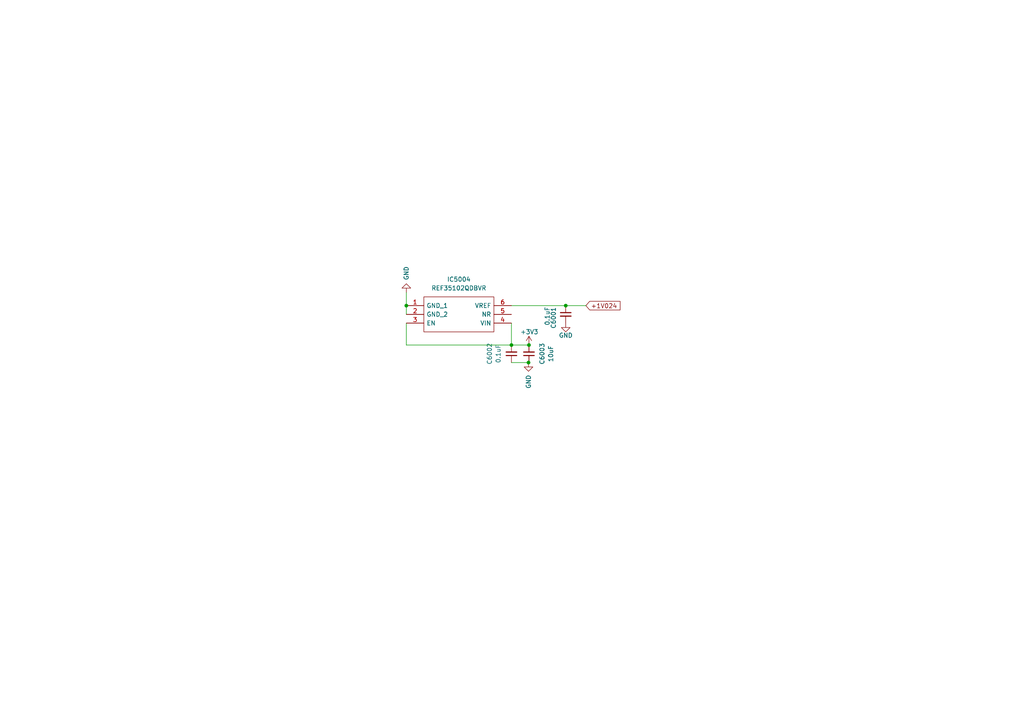
<source format=kicad_sch>
(kicad_sch (version 20231120) (generator "eeschema") (generator_version "8.0")
  (paper "A4")
  (lib_symbols
    (symbol "Device:C_Small" (pin_numbers hide) (pin_names (offset 0.254) hide)
      (property "Reference" "C" (at 0.254 1.778 0))
      (property "Value" "C_Small" (at 0.254 -2.032 0))
      (symbol "C_Small_0_1"
        (polyline (pts (xy -1.524 -0.508) (xy 1.524 -0.508)) (stroke (width 0.3302)))
        (polyline (pts (xy -1.524 0.508) (xy 1.524 0.508)) (stroke (width 0.3048)))
      )
      (symbol "C_Small_1_1"
        (pin passive line (at 0 2.54 270) (length 2.032) (name "~") (number "1"))
        (pin passive line (at 0 -2.54 90) (length 2.032) (name "~") (number "2"))
      )
    )
    (symbol "aaa:REF35102QDBVR" (pin_names (offset 0.762))
      (property "Reference" "IC5004" (at 15.24 7.62 0))
      (property "Value" "REF35102QDBVR" (at 15.24 5.08 0))
      (symbol "REF35102QDBVR_0_0"
        (pin passive line (at 0 0 0) (length 5.08) (name "GND_1") (number "1"))
        (pin passive line (at 0 -2.54 0) (length 5.08) (name "GND_2") (number "2"))
        (pin passive line (at 0 -5.08 0) (length 5.08) (name "EN") (number "3"))
        (pin passive line (at 30.48 -5.08 180) (length 5.08) (name "VIN") (number "4"))
        (pin passive line (at 30.48 -2.54 180) (length 5.08) (name "NR") (number "5"))
        (pin passive line (at 30.48 0 180) (length 5.08) (name "VREF") (number "6"))
      )
      (symbol "REF35102QDBVR_0_1"
        (polyline (pts (xy 5.08 2.54) (xy 25.4 2.54) (xy 25.4 -7.62) (xy 5.08 -7.62) (xy 5.08 2.54)) (stroke (width 0.1524)))
      )
    )
    (symbol "power:+3V3" (power) (pin_numbers hide) (pin_names (offset 0) hide)
      (property "Value" "+3V3" (at 0 3.556 0))
      (symbol "+3V3_0_1"
        (polyline (pts (xy -0.762 1.27) (xy 0 2.54)))
        (polyline (pts (xy 0 0) (xy 0 2.54)))
        (polyline (pts (xy 0 2.54) (xy 0.762 1.27)))
      )
      (symbol "+3V3_1_1"
        (pin power_in line (at 0 0 90) (length 0) (name "~") (number "1"))
      )
    )
    (symbol "power:GND" (power) (pin_names (offset 0))
      (property "Value" "GND" (at 0 -3.81 0))
      (symbol "GND_0_1"
        (polyline (pts (xy 0 0) (xy 0 -1.27) (xy 1.27 -1.27) (xy 0 -2.54) (xy -1.27 -1.27) (xy 0 -1.27)))
      )
      (symbol "GND_1_1"
        (pin power_in line (at 0 0 270) (length 0) hide (name "GND") (number "1"))
      )
    )
  )
  (junction (at 153.289 105.156))
  (junction (at 117.856 88.646))
  (junction (at 164.084 88.646))
  (junction (at 148.336 100.076))
  (junction (at 153.416 100.076))
  (wire (pts (xy 117.856 88.646) (xy 117.856 91.186)))
  (wire (pts (xy 148.336 100.076) (xy 153.416 100.076)))
  (wire (pts (xy 153.289 105.156) (xy 153.416 105.156)))
  (wire (pts (xy 117.856 100.076) (xy 148.336 100.076)))
  (wire (pts (xy 117.856 93.726) (xy 117.856 100.076)))
  (wire (pts (xy 148.336 93.726) (xy 148.336 100.076)))
  (wire (pts (xy 148.336 105.156) (xy 153.289 105.156)))
  (wire (pts (xy 148.336 88.646) (xy 164.084 88.646)))
  (wire (pts (xy 164.084 88.646) (xy 169.926 88.646)))
  (wire (pts (xy 117.856 84.836) (xy 117.856 88.646)))
  (global_label "+1V024" (shape input) (at 169.926 88.646 0) (property "Intersheetrefs" "${INTERSHEET_REFS}" (effects (hide yes))))
  (symbol (lib_id "Device:C_Small") (at 148.336 102.616 180) (unit 1)
    (property "Reference" "C6002" (at 141.986 102.6097 90))
    (property "Value" "0.1uF" (at 144.526 102.6097 90))
    (property "Footprint" "Capacitor_SMD:C_0402_1005Metric" (effects (hide yes)))
    (instances (project "stm32h7_base" (path "" (reference "C6002") (unit 1))) (project "simplicity_analog_1" (path "" (reference "C5009") (unit 1))))
  )
  (symbol (lib_id "aaa:REF35102QDBVR") (at 117.856 88.646 0) (unit 1)
    (property "Reference" "IC5004" (at 133.096 81.026 0))
    (property "Value" "REF35102QDBVR" (at 133.096 83.566 0))
    (property "Footprint" "SOT95P280X145-6N" (effects (hide yes)))
    (property "Datasheet" "https://www.ti.com/lit/ds/symlink/ref35.pdf" (effects (hide yes)))
    (property "Description" "Voltage References 650-nA quiescent current, 12-ppm/C drift, ultra-low-power precision voltage reference" (effects (hide yes)))
    (property "Height" "1.45" (effects (hide yes)))
    (property "Manufacturer_Name" "Texas Instruments" (effects (hide yes)))
    (property "Manufacturer_Part_Number" "REF35102QDBVR" (effects (hide yes)))
    (property "Mouser Part Number" "595-REF35102QDBVR" (effects (hide yes)))
    (property "Mouser Price/Stock" "https://www.mouser.co.uk/ProductDetail/Texas-Instruments/REF35102QDBVR?qs=rQFj71Wb1eWXaO82zju2Vg%3D%3D" (effects (hide yes)))
    (property "Arrow Part Number" "REF35102QDBVR" (effects (hide yes)))
    (property "Arrow Price/Stock" "https://www.arrow.com/en/products/ref35102qdbvr/texas-instruments?region=nac" (effects (hide yes)))
  )
  (symbol (lib_id "power:GND") (at 164.084 93.726 0) (unit 1)
    (property "Reference" "#PWR05018" (effects (hide yes)))
    (property "Value" "GND" (at 162.052 97.282 0) (effects (justify left)))
  )
  (symbol (lib_id "Device:C_Small") (at 164.084 91.186 0) (unit 1)
    (property "Reference" "C6001" (at 160.528 92.202 90))
    (property "Value" "0.1uF" (at 158.75 91.694 90))
    (property "Footprint" "Capacitor_SMD:C_0402_1005Metric" (effects (hide yes)))
    (instances (project "stm32h7_base" (path "" (reference "C6001") (unit 1))) (project "simplicity_analog_1" (path "" (reference "C5008") (unit 1))))
  )
  (symbol (lib_id "power:GND") (at 153.289 105.156 0) (unit 1)
    (property "Reference" "#PWR05019" (effects (hide yes)))
    (property "Value" "GND" (at 153.289 112.776 90) (effects (justify left)))
  )
  (symbol (lib_id "power:+3V3") (at 153.416 100.076 0) (unit 1)
    (property "Reference" "#PWR6001" (effects (hide yes)))
    (property "Value" "+3V3" (at 150.876 96.266 0) (effects (justify left)))
    (property "Description" "Power symbol creates a global label with name \"+3V3\"" (effects (hide yes)))
    (instances (project "stm32h7_base" (path "" (reference "#PWR6001") (unit 1))) (project "analog_i" (path "" (reference "#PWR129") (unit 1))))
  )
  (symbol (lib_id "power:GND") (at 117.856 84.836 180) (unit 1)
    (property "Reference" "#PWR05017" (effects (hide yes)))
    (property "Value" "GND" (at 117.856 77.216 90) (effects (justify left)))
  )
  (symbol (lib_id "Device:C_Small") (at 153.416 102.616 180) (unit 1)
    (property "Reference" "C6003" (at 157.226 102.616 90))
    (property "Value" "10uF" (at 159.766 102.616 90))
    (property "Footprint" "Capacitor_SMD:C_0603_1608Metric" (effects (hide yes)))
    (instances (project "stm32h7_base" (path "" (reference "C6003") (unit 1))) (project "simplicity_analog_1" (path "" (reference "C5012") (unit 1))))
  )
)
</source>
